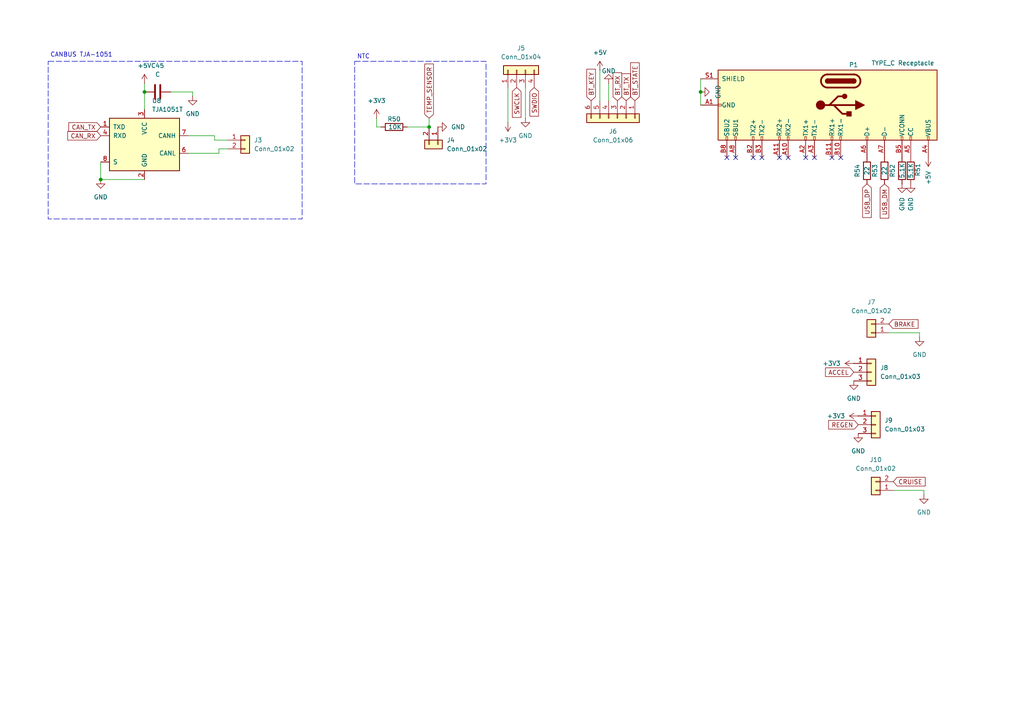
<source format=kicad_sch>
(kicad_sch (version 20250114) (generator "eeschema") (generator_version "9.0")
  (paper "A4")
  (lib_symbols
    (symbol "Connector:USB_C_Plug" (pin_names (offset 1.016))
      (property "Reference" "P" (at -10.16 29.21 0))
      (property "Value" "USB_C_Plug" (at 10.16 29.21 0))
      (symbol "USB_C_Plug_0_0"
        (rectangle (start -0.254 -35.56) (end 0.254 -34.544))
        (rectangle (start 10.16 25.654) (end 9.144 25.146))
        (rectangle (start 10.16 20.574) (end 9.144 20.066))
        (rectangle (start 10.16 18.034) (end 9.144 17.526))
        (rectangle (start 10.16 12.954) (end 9.144 12.446))
        (rectangle (start 10.16 7.874) (end 9.144 7.366))
        (rectangle (start 10.16 0.254) (end 9.144 -0.254))
        (rectangle (start 10.16 -2.286) (end 9.144 -2.794))
        (rectangle (start 10.16 -7.366) (end 9.144 -7.874))
        (rectangle (start 10.16 -9.906) (end 9.144 -10.414))
        (rectangle (start 10.16 -14.986) (end 9.144 -15.494))
        (rectangle (start 10.16 -17.526) (end 9.144 -18.034))
        (rectangle (start 10.16 -22.606) (end 9.144 -23.114))
        (rectangle (start 10.16 -25.146) (end 9.144 -25.654))
        (rectangle (start 10.16 -30.226) (end 9.144 -30.734))
        (rectangle (start 10.16 -32.766) (end 9.144 -33.274))
      )
      (symbol "USB_C_Plug_0_1"
        (rectangle (start -10.16 27.94) (end 10.16 -35.56) (stroke (width 0.254)) (fill (type background)))
        (polyline (pts (xy -8.89 -3.81) (xy -8.89 3.81)) (stroke (width 0.508)))
        (rectangle (start -7.62 -3.81) (end -6.35 3.81) (stroke (width 0.254)) (fill (type outline)))
        (arc (start -7.62 3.81) (mid -6.985 4.4423) (end -6.35 3.81) (stroke (width 0.254)))
        (arc (start -7.62 3.81) (mid -6.985 4.4423) (end -6.35 3.81) (stroke (width 0.254)) (fill (type outline)))
        (arc (start -8.89 3.81) (mid -6.985 5.7067) (end -5.08 3.81) (stroke (width 0.508)))
        (arc (start -5.08 -3.81) (mid -6.985 -5.7067) (end -8.89 -3.81) (stroke (width 0.508)))
        (arc (start -6.35 -3.81) (mid -6.985 -4.4423) (end -7.62 -3.81) (stroke (width 0.254)))
        (arc (start -6.35 -3.81) (mid -6.985 -4.4423) (end -7.62 -3.81) (stroke (width 0.254)) (fill (type outline)))
        (polyline (pts (xy -5.08 3.81) (xy -5.08 -3.81)) (stroke (width 0.508)))
      )
      (symbol "USB_C_Plug_1_1"
        (circle (center -2.54 1.143) (radius 0.635) (stroke (width 0.254)) (fill (type outline)))
        (polyline (pts (xy -1.27 4.318) (xy 0 6.858) (xy 1.27 4.318) (xy -1.27 4.318)) (stroke (width 0.254)) (fill (type outline)))
        (polyline (pts (xy 0 -2.032) (xy 2.54 0.508) (xy 2.54 1.778)) (stroke (width 0.508)))
        (polyline (pts (xy 0 -3.302) (xy -2.54 -0.762) (xy -2.54 0.508)) (stroke (width 0.508)))
        (polyline (pts (xy 0 -5.842) (xy 0 4.318)) (stroke (width 0.508)))
        (circle (center 0 -5.842) (radius 1.27) (fill (type outline)))
        (rectangle (start 1.905 1.778) (end 3.175 3.048) (stroke (width 0.254)) (fill (type outline)))
        (pin passive line (at -7.62 -40.64 90) (length 5.08) (name "SHIELD") (number "S1"))
        (pin passive line (at 0 -40.64 90) (length 5.08) (name "GND") (number "A1"))
        (pin passive line (at 0 -40.64 90) (length 5.08) (hide yes) (name "GND") (number "A12"))
        (pin passive line (at 0 -40.64 90) (length 5.08) (hide yes) (name "GND") (number "B1"))
        (pin passive line (at 0 -40.64 90) (length 5.08) (hide yes) (name "GND") (number "B12"))
        (pin passive line (at 15.24 25.4 180) (length 5.08) (name "VBUS") (number "A4"))
        (pin passive line (at 15.24 25.4 180) (length 5.08) (hide yes) (name "VBUS") (number "A9"))
        (pin passive line (at 15.24 25.4 180) (length 5.08) (hide yes) (name "VBUS") (number "B4"))
        (pin passive line (at 15.24 25.4 180) (length 5.08) (hide yes) (name "VBUS") (number "B9"))
        (pin bidirectional line (at 15.24 20.32 180) (length 5.08) (name "CC") (number "A5"))
        (pin bidirectional line (at 15.24 17.78 180) (length 5.08) (name "VCONN") (number "B5"))
        (pin bidirectional line (at 15.24 12.7 180) (length 5.08) (name "D-") (number "A7"))
        (pin bidirectional line (at 15.24 7.62 180) (length 5.08) (name "D+") (number "A6"))
        (pin bidirectional line (at 15.24 0 180) (length 5.08) (name "RX1-") (number "B10"))
        (pin bidirectional line (at 15.24 -2.54 180) (length 5.08) (name "RX1+") (number "B11"))
        (pin bidirectional line (at 15.24 -7.62 180) (length 5.08) (name "TX1-") (number "A3"))
        (pin bidirectional line (at 15.24 -10.16 180) (length 5.08) (name "TX1+") (number "A2"))
        (pin bidirectional line (at 15.24 -15.24 180) (length 5.08) (name "RX2-") (number "A10"))
        (pin bidirectional line (at 15.24 -17.78 180) (length 5.08) (name "RX2+") (number "A11"))
        (pin bidirectional line (at 15.24 -22.86 180) (length 5.08) (name "TX2-") (number "B3"))
        (pin bidirectional line (at 15.24 -25.4 180) (length 5.08) (name "TX2+") (number "B2"))
        (pin bidirectional line (at 15.24 -30.48 180) (length 5.08) (name "SBU1") (number "A8"))
        (pin bidirectional line (at 15.24 -33.02 180) (length 5.08) (name "SBU2") (number "B8"))
      )
    )
    (symbol "Connector_Generic:Conn_01x02" (pin_names (offset 1.016) (hide yes))
      (property "Reference" "J" (at 0 2.54 0))
      (property "Value" "Conn_01x02" (at 0 -5.08 0))
      (symbol "Conn_01x02_1_1"
        (rectangle (start -1.27 1.27) (end 1.27 -3.81) (stroke (width 0.254)) (fill (type background)))
        (rectangle (start -1.27 0.127) (end 0 -0.127) (stroke (width 0.1524)))
        (rectangle (start -1.27 -2.413) (end 0 -2.667) (stroke (width 0.1524)))
        (pin passive line (at -5.08 0 0) (length 3.81) (name "Pin_1") (number "1"))
        (pin passive line (at -5.08 -2.54 0) (length 3.81) (name "Pin_2") (number "2"))
      )
    )
    (symbol "Connector_Generic:Conn_01x03" (pin_names (offset 1.016) (hide yes))
      (property "Reference" "J" (at 0 5.08 0))
      (property "Value" "Conn_01x03" (at 0 -5.08 0))
      (symbol "Conn_01x03_1_1"
        (rectangle (start -1.27 3.81) (end 1.27 -3.81) (stroke (width 0.254)) (fill (type background)))
        (rectangle (start -1.27 2.667) (end 0 2.413) (stroke (width 0.1524)))
        (rectangle (start -1.27 0.127) (end 0 -0.127) (stroke (width 0.1524)))
        (rectangle (start -1.27 -2.413) (end 0 -2.667) (stroke (width 0.1524)))
        (pin passive line (at -5.08 2.54 0) (length 3.81) (name "Pin_1") (number "1"))
        (pin passive line (at -5.08 0 0) (length 3.81) (name "Pin_2") (number "2"))
        (pin passive line (at -5.08 -2.54 0) (length 3.81) (name "Pin_3") (number "3"))
      )
    )
    (symbol "Connector_Generic:Conn_01x04" (pin_names (offset 1.016) (hide yes))
      (property "Reference" "J" (at 0 5.08 0))
      (property "Value" "Conn_01x04" (at 0 -7.62 0))
      (symbol "Conn_01x04_1_1"
        (rectangle (start -1.27 3.81) (end 1.27 -6.35) (stroke (width 0.254)) (fill (type background)))
        (rectangle (start -1.27 2.667) (end 0 2.413) (stroke (width 0.1524)))
        (rectangle (start -1.27 0.127) (end 0 -0.127) (stroke (width 0.1524)))
        (rectangle (start -1.27 -2.413) (end 0 -2.667) (stroke (width 0.1524)))
        (rectangle (start -1.27 -4.953) (end 0 -5.207) (stroke (width 0.1524)))
        (pin passive line (at -5.08 2.54 0) (length 3.81) (name "Pin_1") (number "1"))
        (pin passive line (at -5.08 0 0) (length 3.81) (name "Pin_2") (number "2"))
        (pin passive line (at -5.08 -2.54 0) (length 3.81) (name "Pin_3") (number "3"))
        (pin passive line (at -5.08 -5.08 0) (length 3.81) (name "Pin_4") (number "4"))
      )
    )
    (symbol "Connector_Generic:Conn_01x06" (pin_names (offset 1.016) (hide yes))
      (property "Reference" "J" (at 0 7.62 0))
      (property "Value" "Conn_01x06" (at 0 -10.16 0))
      (symbol "Conn_01x06_1_1"
        (rectangle (start -1.27 6.35) (end 1.27 -8.89) (stroke (width 0.254)) (fill (type background)))
        (rectangle (start -1.27 5.207) (end 0 4.953) (stroke (width 0.1524)))
        (rectangle (start -1.27 2.667) (end 0 2.413) (stroke (width 0.1524)))
        (rectangle (start -1.27 0.127) (end 0 -0.127) (stroke (width 0.1524)))
        (rectangle (start -1.27 -2.413) (end 0 -2.667) (stroke (width 0.1524)))
        (rectangle (start -1.27 -4.953) (end 0 -5.207) (stroke (width 0.1524)))
        (rectangle (start -1.27 -7.493) (end 0 -7.747) (stroke (width 0.1524)))
        (pin passive line (at -5.08 5.08 0) (length 3.81) (name "Pin_1") (number "1"))
        (pin passive line (at -5.08 2.54 0) (length 3.81) (name "Pin_2") (number "2"))
        (pin passive line (at -5.08 0 0) (length 3.81) (name "Pin_3") (number "3"))
        (pin passive line (at -5.08 -2.54 0) (length 3.81) (name "Pin_4") (number "4"))
        (pin passive line (at -5.08 -5.08 0) (length 3.81) (name "Pin_5") (number "5"))
        (pin passive line (at -5.08 -7.62 0) (length 3.81) (name "Pin_6") (number "6"))
      )
    )
    (symbol "Device:C" (pin_numbers (hide yes)) (pin_names (offset 0.254))
      (property "Reference" "C" (at 0.635 2.54 0))
      (property "Value" "C" (at 0.635 -2.54 0))
      (symbol "C_0_1"
        (polyline (pts (xy -2.032 0.762) (xy 2.032 0.762)) (stroke (width 0.508)))
        (polyline (pts (xy -2.032 -0.762) (xy 2.032 -0.762)) (stroke (width 0.508)))
      )
      (symbol "C_1_1"
        (pin passive line (at 0 3.81 270) (length 2.794) (name "~") (number "1"))
        (pin passive line (at 0 -3.81 90) (length 2.794) (name "~") (number "2"))
      )
    )
    (symbol "Device:R" (pin_numbers (hide yes)) (pin_names (offset 0))
      (property "Reference" "R" (at 2.032 0 90))
      (property "Value" "R" (at 0 0 90))
      (symbol "R_0_1"
        (rectangle (start -1.016 -2.54) (end 1.016 2.54) (stroke (width 0.254)))
      )
      (symbol "R_1_1"
        (pin passive line (at 0 3.81 270) (length 1.27) (name "~") (number "1"))
        (pin passive line (at 0 -3.81 90) (length 1.27) (name "~") (number "2"))
      )
    )
    (symbol "Interface_CAN_LIN:TJA1051T" (pin_names (offset 1.016))
      (property "Reference" "U" (at -10.16 8.89 0))
      (property "Value" "TJA1051T" (at 1.27 8.89 0))
      (symbol "TJA1051T_0_1"
        (rectangle (start -10.16 7.62) (end 10.16 -7.62) (stroke (width 0.254)) (fill (type background)))
      )
      (symbol "TJA1051T_1_1"
        (pin input line (at -12.7 5.08 0) (length 2.54) (name "TXD") (number "1"))
        (pin output line (at -12.7 2.54 0) (length 2.54) (name "RXD") (number "4"))
        (pin input line (at -12.7 -5.08 0) (length 2.54) (name "S") (number "8"))
        (pin no_connect line (at -10.16 -2.54 0) (length 2.54) (hide yes) (name "NC") (number "5"))
        (pin power_in line (at 0 10.16 270) (length 2.54) (name "VCC") (number "3"))
        (pin power_in line (at 0 -10.16 90) (length 2.54) (name "GND") (number "2"))
        (pin bidirectional line (at 12.7 2.54 180) (length 2.54) (name "CANH") (number "7"))
        (pin bidirectional line (at 12.7 -2.54 180) (length 2.54) (name "CANL") (number "6"))
      )
    )
    (symbol "power:+3V3" (power) (pin_numbers (hide yes)) (pin_names (offset 0) (hide yes))
      (property "Value" "+3V3" (at 0 3.556 0))
      (symbol "+3V3_0_1"
        (polyline (pts (xy -0.762 1.27) (xy 0 2.54)))
        (polyline (pts (xy 0 2.54) (xy 0.762 1.27)))
        (polyline (pts (xy 0 0) (xy 0 2.54)))
      )
      (symbol "+3V3_1_1"
        (pin power_in line (at 0 0 90) (length 0) (name "~") (number "1"))
      )
    )
    (symbol "power:+5V" (power) (pin_numbers (hide yes)) (pin_names (offset 0) (hide yes))
      (property "Value" "+5V" (at 0 3.556 0))
      (symbol "+5V_0_1"
        (polyline (pts (xy -0.762 1.27) (xy 0 2.54)))
        (polyline (pts (xy 0 2.54) (xy 0.762 1.27)))
        (polyline (pts (xy 0 0) (xy 0 2.54)))
      )
      (symbol "+5V_1_1"
        (pin power_in line (at 0 0 90) (length 0) (name "~") (number "1"))
      )
    )
    (symbol "power:GND" (power) (pin_numbers (hide yes)) (pin_names (offset 0) (hide yes))
      (property "Value" "GND" (at 0 -3.81 0))
      (symbol "GND_0_1"
        (polyline (pts (xy 0 0) (xy 0 -1.27) (xy 1.27 -1.27) (xy 0 -2.54) (xy -1.27 -1.27) (xy 0 -1.27)))
      )
      (symbol "GND_1_1"
        (pin power_in line (at 0 0 270) (length 0) (name "~") (number "1"))
      )
    )
  )
  (rectangle (start 102.87 17.78) (end 140.97 53.34) (stroke (width 0) (type dash)))
  (rectangle (start 13.97 17.78) (end 87.63 63.5) (stroke (width 0) (type dash)))
  (text "CANBUS TJA-1051\n" (at 23.622 16.002 0) (effects (font (size 1.27 1.27))))
  (text "NTC\n" (at 105.41 16.51 0) (effects (font (size 1.27 1.27))))
  (junction (at 29.21 52.07))
  (junction (at 203.2 26.67))
  (junction (at 124.46 36.83))
  (junction (at 41.91 26.67))
  (no_connect (at 210.82 45.72))
  (no_connect (at 220.98 45.72))
  (no_connect (at 213.36 45.72))
  (no_connect (at 236.22 45.72))
  (no_connect (at 241.3 45.72))
  (no_connect (at 218.44 45.72))
  (no_connect (at 233.68 45.72))
  (no_connect (at 243.84 45.72))
  (no_connect (at 228.6 45.72))
  (no_connect (at 226.06 45.72))
  (wire (pts (xy 63.5 44.45) (xy 63.5 43.18)))
  (wire (pts (xy 176.53 24.13) (xy 176.53 29.21)))
  (wire (pts (xy 203.2 26.67) (xy 203.2 22.86)))
  (wire (pts (xy 41.91 24.13) (xy 41.91 26.67)))
  (wire (pts (xy 29.21 46.99) (xy 29.21 52.07)))
  (wire (pts (xy 257.81 96.52) (xy 266.7 96.52)))
  (wire (pts (xy 118.11 36.83) (xy 124.46 36.83)))
  (wire (pts (xy 109.22 34.29) (xy 109.22 36.83)))
  (wire (pts (xy 124.46 34.29) (xy 124.46 36.83)))
  (wire (pts (xy 63.5 43.18) (xy 66.04 43.18)))
  (wire (pts (xy 259.08 142.24) (xy 267.97 142.24)))
  (wire (pts (xy 267.97 142.24) (xy 267.97 143.51)))
  (wire (pts (xy 110.49 36.83) (xy 109.22 36.83)))
  (wire (pts (xy 49.53 26.67) (xy 55.88 26.67)))
  (wire (pts (xy 203.2 30.48) (xy 203.2 26.67)))
  (wire (pts (xy 29.21 52.07) (xy 41.91 52.07)))
  (wire (pts (xy 152.4 34.29) (xy 152.4 25.4)))
  (wire (pts (xy 62.23 39.37) (xy 54.61 39.37)))
  (wire (pts (xy 54.61 44.45) (xy 63.5 44.45)))
  (wire (pts (xy 62.23 40.64) (xy 66.04 40.64)))
  (wire (pts (xy 147.32 25.4) (xy 147.32 35.56)))
  (wire (pts (xy 62.23 40.64) (xy 62.23 39.37)))
  (wire (pts (xy 41.91 26.67) (xy 41.91 31.75)))
  (wire (pts (xy 266.7 96.52) (xy 266.7 97.79)))
  (wire (pts (xy 173.99 20.32) (xy 173.99 29.21)))
  (wire (pts (xy 55.88 26.67) (xy 55.88 27.94)))
  (global_label "CAN_RX" (shape input) (at 29.21 39.37 180) (property "Intersheetrefs" "${INTERSHEET_REFS}" (effects (hide yes))))
  (global_label "SWDIO" (shape input) (at 154.94 25.4 270) (property "Intersheetrefs" "${INTERSHEET_REFS}" (effects (hide yes))))
  (global_label "BT_TX" (shape input) (at 181.61 29.21 90) (property "Intersheetrefs" "${INTERSHEET_REFS}" (effects (hide yes))))
  (global_label "ACCEL" (shape input) (at 247.65 107.95 180) (property "Intersheetrefs" "${INTERSHEET_REFS}" (effects (hide yes))))
  (global_label "BT_RX" (shape input) (at 179.07 29.21 90) (property "Intersheetrefs" "${INTERSHEET_REFS}" (effects (hide yes))))
  (global_label "CAN_TX" (shape input) (at 29.21 36.83 180) (property "Intersheetrefs" "${INTERSHEET_REFS}" (effects (hide yes))))
  (global_label "SWCLK" (shape input) (at 149.86 25.4 270) (property "Intersheetrefs" "${INTERSHEET_REFS}" (effects (hide yes))))
  (global_label "TEMP_SENSOR" (shape input) (at 124.46 34.29 90) (property "Intersheetrefs" "${INTERSHEET_REFS}" (effects (hide yes))))
  (global_label "USB_DP" (shape input) (at 251.46 53.34 270) (property "Intersheetrefs" "${INTERSHEET_REFS}" (effects (hide yes))))
  (global_label "BT_KEY" (shape input) (at 171.45 29.21 90) (property "Intersheetrefs" "${INTERSHEET_REFS}" (effects (hide yes))))
  (global_label "REGEN" (shape input) (at 248.92 123.19 180) (property "Intersheetrefs" "${INTERSHEET_REFS}" (effects (hide yes))))
  (global_label "USB_DM" (shape input) (at 256.54 53.34 270) (property "Intersheetrefs" "${INTERSHEET_REFS}" (effects (hide yes))))
  (global_label "BRAKE" (shape input) (at 257.81 93.98 0) (property "Intersheetrefs" "${INTERSHEET_REFS}" (effects (hide yes))))
  (global_label "BT_STATE" (shape input) (at 184.15 29.21 90) (property "Intersheetrefs" "${INTERSHEET_REFS}" (effects (hide yes))))
  (global_label "CRUISE" (shape input) (at 259.08 139.7 0) (property "Intersheetrefs" "${INTERSHEET_REFS}" (effects (hide yes))))
  (symbol (lib_id "power:GND") (at 55.88 27.94 0) (unit 1)
    (property "Reference" "#PWR066" (effects (hide yes)))
    (property "Value" "GND" (at 55.88 33.02 0))
    (property "Description" "Power symbol creates a global label with name \"GND\" , ground" (effects (hide yes)))
  )
  (symbol (lib_id "power:GND") (at 248.92 125.73 0) (unit 1)
    (property "Reference" "#PWR082" (effects (hide yes)))
    (property "Value" "GND" (at 248.92 130.81 0))
    (property "Description" "Power symbol creates a global label with name \"GND\" , ground" (effects (hide yes)))
  )
  (symbol (lib_id "power:GND") (at 264.16 53.34 0) (unit 1)
    (property "Reference" "#PWR076" (effects (hide yes)))
    (property "Value" "GND" (at 264.1599 57.15 90) (effects (justify right)))
    (property "Description" "Power symbol creates a global label with name \"GND\" , ground" (effects (hide yes)))
  )
  (symbol (lib_id "power:+5V") (at 41.91 24.13 0) (unit 1)
    (property "Reference" "#PWR067" (effects (hide yes)))
    (property "Value" "+5V" (at 41.91 19.05 0))
    (property "Description" "Power symbol creates a global label with name \"+5V\"" (effects (hide yes)))
  )
  (symbol (lib_id "power:+3V3") (at 248.92 120.65 90) (unit 1)
    (property "Reference" "#PWR081" (effects (hide yes)))
    (property "Value" "+3V3" (at 245.11 120.6499 90) (effects (justify left)))
    (property "Description" "Power symbol creates a global label with name \"+3V3\"" (effects (hide yes)))
  )
  (symbol (lib_id "power:+5V") (at 269.24 45.72 180) (unit 1)
    (property "Reference" "#PWR074" (effects (hide yes)))
    (property "Value" "+5V" (at 269.2399 49.53 90) (effects (justify left)))
    (property "Description" "Power symbol creates a global label with name \"+5V\"" (effects (hide yes)))
  )
  (symbol (lib_id "Device:R") (at 114.3 36.83 90) (unit 1)
    (property "Reference" "R50" (at 114.3 34.544 90))
    (property "Value" "10K" (at 114.554 36.83 90))
    (property "Footprint" "Resistor_THT:R_Axial_DIN0207_L6.3mm_D2.5mm_P7.62mm_Horizontal" (effects (hide yes)))
    (property "Description" "Resistor" (effects (hide yes)))
  )
  (symbol (lib_id "power:GND") (at 152.4 34.29 0) (unit 1)
    (property "Reference" "#PWR070" (effects (hide yes)))
    (property "Value" "GND" (at 152.4 39.37 0))
    (property "Description" "Power symbol creates a global label with name \"GND\" , ground" (effects (hide yes)))
  )
  (symbol (lib_id "power:GND") (at 127 36.83 90) (unit 1)
    (property "Reference" "#PWR069" (effects (hide yes)))
    (property "Value" "GND" (at 130.81 36.8299 90) (effects (justify right)))
    (property "Description" "Power symbol creates a global label with name \"GND\" , ground" (effects (hide yes)))
  )
  (symbol (lib_id "power:GND") (at 267.97 143.51 0) (unit 1)
    (property "Reference" "#PWR083" (effects (hide yes)))
    (property "Value" "GND" (at 267.97 148.59 0))
    (property "Description" "Power symbol creates a global label with name \"GND\" , ground" (effects (hide yes)))
  )
  (symbol (lib_id "Connector_Generic:Conn_01x06") (at 179.07 34.29 270) (unit 1)
    (property "Reference" "J6" (at 177.8 38.1 90))
    (property "Value" "Conn_01x06" (at 177.8 40.64 90))
    (property "Footprint" "Connector_PinSocket_1.27mm:PinSocket_1x06_P1.27mm_Vertical" (effects (hide yes)))
    (property "Description" "Generic connector, single row, 01x06, script generated (kicad-library-utils/schlib/autogen/connector/)" (effects (hide yes)))
  )
  (symbol (lib_id "power:+3V3") (at 247.65 105.41 90) (unit 1)
    (property "Reference" "#PWR080" (effects (hide yes)))
    (property "Value" "+3V3" (at 243.84 105.4099 90) (effects (justify left)))
    (property "Description" "Power symbol creates a global label with name \"+3V3\"" (effects (hide yes)))
  )
  (symbol (lib_id "power:+3V3") (at 109.22 34.29 0) (unit 1)
    (property "Reference" "#PWR068" (effects (hide yes)))
    (property "Value" "+3V3" (at 109.22 29.21 0))
    (property "Description" "Power symbol creates a global label with name \"+3V3\"" (effects (hide yes)))
  )
  (symbol (lib_id "Device:R") (at 256.54 49.53 180) (unit 1)
    (property "Reference" "R53" (at 253.746 49.53 90))
    (property "Value" "22" (at 256.54 49.53 90))
    (property "Footprint" "Resistor_THT:R_Axial_DIN0207_L6.3mm_D2.5mm_P7.62mm_Horizontal" (effects (hide yes)))
    (property "Description" "Resistor" (effects (hide yes)))
  )
  (symbol (lib_id "Device:R") (at 251.46 49.53 180) (unit 1)
    (property "Reference" "R54" (at 248.666 49.53 90))
    (property "Value" "22" (at 251.46 49.53 90))
    (property "Footprint" "Resistor_THT:R_Axial_DIN0207_L6.3mm_D2.5mm_P7.62mm_Horizontal" (effects (hide yes)))
    (property "Description" "Resistor" (effects (hide yes)))
  )
  (symbol (lib_id "Connector_Generic:Conn_01x03") (at 252.73 107.95 0) (unit 1)
    (property "Reference" "J8" (at 255.27 106.6799 0) (effects (justify left)))
    (property "Value" "Conn_01x03" (at 255.27 109.2199 0) (effects (justify left)))
    (property "Footprint" "Connector_PinSocket_2.00mm:PinSocket_1x03_P2.00mm_Horizontal" (effects (hide yes)))
    (property "Description" "Generic connector, single row, 01x03, script generated (kicad-library-utils/schlib/autogen/connector/)" (effects (hide yes)))
  )
  (symbol (lib_id "power:GND") (at 261.62 53.34 0) (unit 1)
    (property "Reference" "#PWR077" (effects (hide yes)))
    (property "Value" "GND" (at 261.6199 57.15 90) (effects (justify right)))
    (property "Description" "Power symbol creates a global label with name \"GND\" , ground" (effects (hide yes)))
  )
  (symbol (lib_id "power:GND") (at 176.53 24.13 180) (unit 1)
    (property "Reference" "#PWR073" (effects (hide yes)))
    (property "Value" "GND" (at 176.53 20.574 0))
    (property "Description" "Power symbol creates a global label with name \"GND\" , ground" (effects (hide yes)))
  )
  (symbol (lib_id "power:+3V3") (at 147.32 35.56 180) (unit 1)
    (property "Reference" "#PWR071" (effects (hide yes)))
    (property "Value" "+3V3" (at 147.32 40.64 0))
    (property "Description" "Power symbol creates a global label with name \"+3V3\"" (effects (hide yes)))
  )
  (symbol (lib_id "power:GND") (at 203.2 26.67 90) (unit 1)
    (property "Reference" "#PWR075" (effects (hide yes)))
    (property "Value" "GND" (at 208.28 26.67 0))
    (property "Description" "Power symbol creates a global label with name \"GND\" , ground" (effects (hide yes)))
  )
  (symbol (lib_id "power:+5V") (at 173.99 20.32 0) (unit 1)
    (property "Reference" "#PWR072" (effects (hide yes)))
    (property "Value" "+5V" (at 173.99 15.24 0))
    (property "Description" "Power symbol creates a global label with name \"+5V\"" (effects (hide yes)))
  )
  (symbol (lib_id "power:GND") (at 266.7 97.79 0) (unit 1)
    (property "Reference" "#PWR078" (effects (hide yes)))
    (property "Value" "GND" (at 266.7 102.87 0))
    (property "Description" "Power symbol creates a global label with name \"GND\" , ground" (effects (hide yes)))
  )
  (symbol (lib_id "Connector_Generic:Conn_01x02") (at 127 41.91 270) (unit 1)
    (property "Reference" "J4" (at 129.54 40.6399 90) (effects (justify left)))
    (property "Value" "Conn_01x02" (at 129.54 43.1799 90) (effects (justify left)))
    (property "Footprint" "Connector_PinSocket_2.00mm:PinSocket_1x02_P2.00mm_Vertical" (effects (hide yes)))
    (property "Description" "Generic connector, single row, 01x02, script generated (kicad-library-utils/schlib/autogen/connector/)" (effects (hide yes)))
  )
  (symbol (lib_id "Device:R") (at 264.16 49.53 180) (unit 1)
    (property "Reference" "R51" (at 266.192 49.276 90))
    (property "Value" "5.1K" (at 264.16 49.53 90))
    (property "Footprint" "Resistor_THT:R_Axial_DIN0207_L6.3mm_D2.5mm_P7.62mm_Horizontal" (effects (hide yes)))
    (property "Description" "Resistor" (effects (hide yes)))
  )
  (symbol (lib_id "Device:R") (at 261.62 49.53 180) (unit 1)
    (property "Reference" "R52" (at 258.826 49.53 90))
    (property "Value" "5.1K" (at 261.62 49.53 90))
    (property "Footprint" "Resistor_THT:R_Axial_DIN0207_L6.3mm_D2.5mm_P7.62mm_Horizontal" (effects (hide yes)))
    (property "Description" "Resistor" (effects (hide yes)))
  )
  (symbol (lib_id "Connector:USB_C_Plug") (at 243.84 30.48 270) (unit 1)
    (property "Reference" "P1" (at 248.92 18.796 90) (effects (justify right)))
    (property "Value" "TYPE_C Receptacle" (at 271.018 18.288 90) (effects (justify right)))
    (property "Footprint" "Connector_USB:USB_C_Receptacle_HRO_TYPE-C-31-M-12" (effects (hide yes)))
    (property "Datasheet" "https://www.usb.org/sites/default/files/documents/usb_type-c.zip" (effects (hide yes)))
    (property "Description" "USB Type-C Plug connector" (effects (hide yes)))
  )
  (symbol (lib_id "power:GND") (at 29.21 52.07 0) (unit 1)
    (property "Reference" "#PWR065" (effects (hide yes)))
    (property "Value" "GND" (at 29.21 57.15 0))
    (property "Description" "Power symbol creates a global label with name \"GND\" , ground" (effects (hide yes)))
  )
  (symbol (lib_id "power:GND") (at 247.65 110.49 0) (unit 1)
    (property "Reference" "#PWR079" (effects (hide yes)))
    (property "Value" "GND" (at 247.65 115.57 0))
    (property "Description" "Power symbol creates a global label with name \"GND\" , ground" (effects (hide yes)))
  )
  (symbol (lib_id "Connector_Generic:Conn_01x02") (at 252.73 96.52 180) (unit 1)
    (property "Reference" "J7" (at 252.73 87.63 0))
    (property "Value" "Conn_01x02" (at 252.73 90.17 0))
    (property "Footprint" "Connector_PinSocket_2.00mm:PinSocket_1x02_P2.00mm_Horizontal" (effects (hide yes)))
    (property "Description" "Generic connector, single row, 01x02, script generated (kicad-library-utils/schlib/autogen/connector/)" (effects (hide yes)))
  )
  (symbol (lib_id "Connector_Generic:Conn_01x02") (at 254 142.24 180) (unit 1)
    (property "Reference" "J10" (at 254 133.35 0))
    (property "Value" "Conn_01x02" (at 254 135.89 0))
    (property "Footprint" "Connector_PinSocket_2.00mm:PinSocket_1x02_P2.00mm_Horizontal" (effects (hide yes)))
    (property "Description" "Generic connector, single row, 01x02, script generated (kicad-library-utils/schlib/autogen/connector/)" (effects (hide yes)))
  )
  (symbol (lib_id "Device:C") (at 45.72 26.67 90) (unit 1)
    (property "Reference" "C45" (at 45.72 19.05 90))
    (property "Value" "C" (at 45.72 21.59 90))
    (property "Footprint" "Capacitor_THT:C_Axial_L17.0mm_D7.0mm_P25.00mm_Horizontal" (effects (hide yes)))
    (property "Description" "Unpolarized capacitor" (effects (hide yes)))
  )
  (symbol (lib_id "Interface_CAN_LIN:TJA1051T") (at 41.91 41.91 0) (unit 1)
    (property "Reference" "U8" (at 44.0533 29.21 0) (effects (justify left)))
    (property "Value" "TJA1051T" (at 44.0533 31.75 0) (effects (justify left)))
    (property "Footprint" "Package_SO:SOIC-8_3.9x4.9mm_P1.27mm" (effects (hide yes)))
    (property "Datasheet" "http://www.nxp.com/docs/en/data-sheet/TJA1051.pdf" (effects (hide yes)))
    (property "Description" "High-Speed CAN Transceiver, silent mode, SOIC-8" (effects (hide yes)))
  )
  (symbol (lib_id "Connector_Generic:Conn_01x04") (at 149.86 20.32 90) (unit 1)
    (property "Reference" "J5" (at 151.13 13.97 90))
    (property "Value" "Conn_01x04" (at 151.13 16.51 90))
    (property "Footprint" "Connector_PinSocket_1.27mm:PinSocket_1x04_P1.27mm_Vertical" (effects (hide yes)))
    (property "Description" "Generic connector, single row, 01x04, script generated (kicad-library-utils/schlib/autogen/connector/)" (effects (hide yes)))
  )
  (symbol (lib_id "Connector_Generic:Conn_01x03") (at 254 123.19 0) (unit 1)
    (property "Reference" "J9" (at 256.54 121.9199 0) (effects (justify left)))
    (property "Value" "Conn_01x03" (at 256.54 124.4599 0) (effects (justify left)))
    (property "Footprint" "Connector_PinSocket_2.00mm:PinSocket_1x03_P2.00mm_Horizontal" (effects (hide yes)))
    (property "Description" "Generic connector, single row, 01x03, script generated (kicad-library-utils/schlib/autogen/connector/)" (effects (hide yes)))
  )
  (symbol (lib_id "Connector_Generic:Conn_01x02") (at 71.12 40.64 0) (unit 1)
    (property "Reference" "J3" (at 73.66 40.6399 0) (effects (justify left)))
    (property "Value" "Conn_01x02" (at 73.66 43.1799 0) (effects (justify left)))
    (property "Footprint" "Connector_PinSocket_2.00mm:PinSocket_1x02_P2.00mm_Horizontal" (effects (hide yes)))
    (property "Description" "Generic connector, single row, 01x02, script generated (kicad-library-utils/schlib/autogen/connector/)" (effects (hide yes)))
  )
)
</source>
